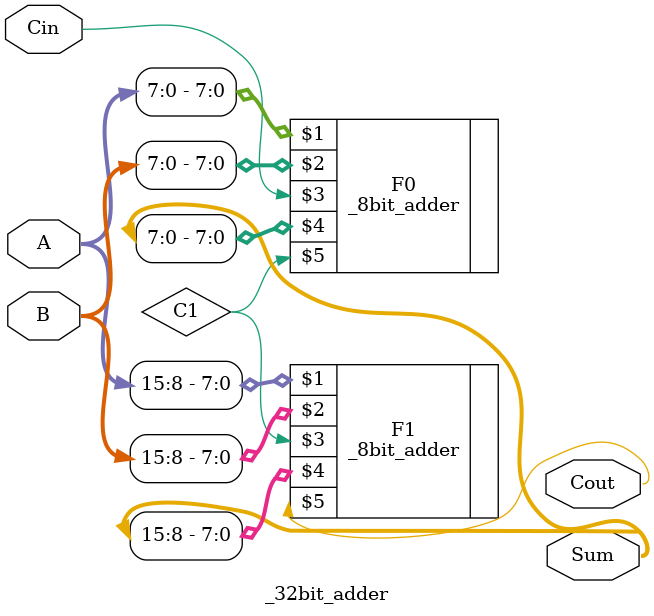
<source format=v>
module _32bit_adder (A,B,Cin,Sum,Cout);
	input [15:0] A,B;
	input Cin;
	output Cout;
	output [15:0] Sum;
	wire C1,C2,C3;

	_8bit_adder F0(A[7:0],B[7:0],Cin,Sum[7:0],C1),
					F1(A[15:8],B[15:8],C1,Sum[15:8],Cout);

endmodule
</source>
